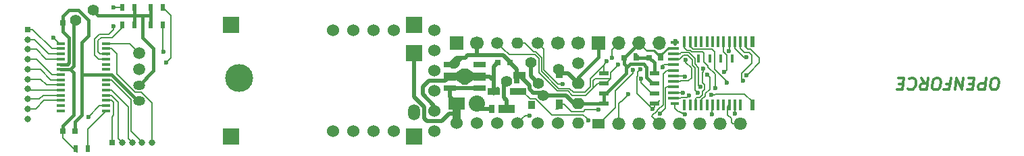
<source format=gbr>
G04 #@! TF.FileFunction,Copper,L1,Top,Signal*
%FSLAX46Y46*%
G04 Gerber Fmt 4.6, Leading zero omitted, Abs format (unit mm)*
G04 Created by KiCad (PCBNEW 4.0.2+dfsg1-stable) date 2018年05月25日 15時51分19秒*
%MOMM*%
G01*
G04 APERTURE LIST*
%ADD10C,0.100000*%
%ADD11C,0.300000*%
%ADD12C,1.524000*%
%ADD13R,1.700000X1.700000*%
%ADD14O,1.700000X1.700000*%
%ADD15O,1.500000X1.400000*%
%ADD16R,0.400000X1.000000*%
%ADD17R,1.100000X0.400000*%
%ADD18R,1.400000X0.400000*%
%ADD19R,0.400000X1.400000*%
%ADD20R,0.600000X1.400000*%
%ADD21R,2.032000X1.600000*%
%ADD22O,2.032000X2.032000*%
%ADD23R,0.900000X1.000000*%
%ADD24R,0.900000X1.300000*%
%ADD25O,1.600000X1.400000*%
%ADD26C,1.500000*%
%ADD27R,0.800000X1.400000*%
%ADD28R,1.524000X0.850000*%
%ADD29R,2.000000X0.850000*%
%ADD30R,1.501140X0.701040*%
%ADD31R,1.501140X1.000760*%
%ADD32R,0.800100X1.998980*%
%ADD33R,1.143000X0.508000*%
%ADD34O,1.500000X2.000000*%
%ADD35R,2.000000X2.000000*%
%ADD36R,0.800000X0.750000*%
%ADD37R,0.800000X1.100000*%
%ADD38R,2.000000X1.100000*%
%ADD39C,3.500120*%
%ADD40O,1.700000X1.500000*%
%ADD41R,1.500000X1.300000*%
%ADD42C,1.700000*%
%ADD43O,1.500000X1.200000*%
%ADD44R,0.800000X0.800000*%
%ADD45O,0.800000X0.800000*%
%ADD46R,0.500000X0.900000*%
%ADD47C,0.600000*%
%ADD48C,1.399540*%
%ADD49C,0.381000*%
%ADD50C,0.203200*%
%ADD51C,0.508000*%
%ADD52C,0.250000*%
%ADD53C,0.127000*%
%ADD54C,1.016000*%
G04 APERTURE END LIST*
D10*
D11*
X120837207Y-83336229D02*
X120551493Y-83336229D01*
X120417564Y-83264800D01*
X120292564Y-83121943D01*
X120256850Y-82836229D01*
X120319350Y-82336229D01*
X120426493Y-82050514D01*
X120587207Y-81907657D01*
X120738993Y-81836229D01*
X121024707Y-81836229D01*
X121158636Y-81907657D01*
X121283636Y-82050514D01*
X121319350Y-82336229D01*
X121256850Y-82836229D01*
X121149707Y-83121943D01*
X120988993Y-83264800D01*
X120837207Y-83336229D01*
X119738992Y-81836229D02*
X119551492Y-83336229D01*
X118980064Y-83336229D01*
X118846135Y-83264800D01*
X118783636Y-83193371D01*
X118730064Y-83050514D01*
X118756849Y-82836229D01*
X118846136Y-82693371D01*
X118926492Y-82621943D01*
X119078279Y-82550514D01*
X119649707Y-82550514D01*
X118140778Y-82621943D02*
X117640778Y-82621943D01*
X117524706Y-81836229D02*
X118238992Y-81836229D01*
X118051492Y-83336229D01*
X117337206Y-83336229D01*
X116881849Y-81836229D02*
X116694349Y-83336229D01*
X116024706Y-81836229D01*
X115837206Y-83336229D01*
X114712206Y-82621943D02*
X115212206Y-82621943D01*
X115310420Y-81836229D02*
X115122920Y-83336229D01*
X114408634Y-83336229D01*
X113551492Y-83336229D02*
X113265778Y-83336229D01*
X113131849Y-83264800D01*
X113006849Y-83121943D01*
X112971135Y-82836229D01*
X113033635Y-82336229D01*
X113140778Y-82050514D01*
X113301492Y-81907657D01*
X113453278Y-81836229D01*
X113738992Y-81836229D01*
X113872921Y-81907657D01*
X113997921Y-82050514D01*
X114033635Y-82336229D01*
X113971135Y-82836229D01*
X113863992Y-83121943D01*
X113703278Y-83264800D01*
X113551492Y-83336229D01*
X111596134Y-81836229D02*
X112006849Y-82550514D01*
X112453277Y-81836229D02*
X112265777Y-83336229D01*
X111694349Y-83336229D01*
X111560420Y-83264800D01*
X111497921Y-83193371D01*
X111444349Y-83050514D01*
X111471134Y-82836229D01*
X111560421Y-82693371D01*
X111640777Y-82621943D01*
X111792564Y-82550514D01*
X112363992Y-82550514D01*
X110078277Y-81979086D02*
X110158635Y-81907657D01*
X110381849Y-81836229D01*
X110524706Y-81836229D01*
X110730063Y-81907657D01*
X110855064Y-82050514D01*
X110908635Y-82193371D01*
X110944349Y-82479086D01*
X110917564Y-82693371D01*
X110810420Y-82979086D01*
X110721135Y-83121943D01*
X110560420Y-83264800D01*
X110337206Y-83336229D01*
X110194349Y-83336229D01*
X109988992Y-83264800D01*
X109926492Y-83193371D01*
X109355063Y-82621943D02*
X108855063Y-82621943D01*
X108738991Y-81836229D02*
X109453277Y-81836229D01*
X109265777Y-83336229D01*
X108551491Y-83336229D01*
D12*
X50535800Y-88534600D03*
X50535800Y-85994600D03*
X50535800Y-83454600D03*
X50535800Y-80914600D03*
X50535800Y-78374600D03*
X50535800Y-75834600D03*
X45455800Y-75834600D03*
X42915800Y-75834600D03*
X40375800Y-75834600D03*
X37835800Y-75834600D03*
X37835800Y-88534600D03*
X40375800Y-88534600D03*
X42915800Y-88534600D03*
X45455800Y-88534600D03*
D13*
X71160600Y-77434800D03*
D14*
X73700600Y-77434800D03*
X76240600Y-77434800D03*
X78780600Y-77434800D03*
D12*
X63540600Y-87554800D03*
X66080600Y-87554800D03*
X61000600Y-87554800D03*
X58460600Y-87554800D03*
X55920600Y-87554800D03*
X53380600Y-87554800D03*
D15*
X68620600Y-87554800D03*
D16*
X86485600Y-79394800D03*
X87885600Y-79394800D03*
X85085600Y-79394800D03*
X83685600Y-79394800D03*
D17*
X80685600Y-85094800D03*
D18*
X80535600Y-84394800D03*
X80535600Y-83694800D03*
X80535600Y-82294800D03*
X80535600Y-82994800D03*
X80535600Y-78794800D03*
X80535600Y-78094800D03*
D17*
X80685600Y-77394800D03*
D18*
X80535600Y-79494800D03*
X80535600Y-80194800D03*
X80535600Y-81594800D03*
X80535600Y-80894800D03*
D19*
X88935600Y-85244800D03*
X88235600Y-85244800D03*
X86835600Y-85244800D03*
X87535600Y-85244800D03*
X86135600Y-85244800D03*
X81935600Y-85244800D03*
X83335600Y-85244800D03*
X82635600Y-85244800D03*
X84035600Y-85244800D03*
X84735600Y-85244800D03*
X85435600Y-85244800D03*
X85435600Y-77244800D03*
X84735600Y-77244800D03*
X84035600Y-77244800D03*
X82635600Y-77244800D03*
X83335600Y-77244800D03*
X81935600Y-77244800D03*
X86135600Y-77244800D03*
X87535600Y-77244800D03*
X86835600Y-77244800D03*
X88235600Y-77244800D03*
X88935600Y-77244800D03*
X89635600Y-77244800D03*
D20*
X90435600Y-85244800D03*
X90435600Y-77244800D03*
D21*
X53380600Y-85054800D03*
D22*
X55920600Y-85054800D03*
D23*
X62732000Y-85275200D03*
D24*
X66232000Y-81225200D03*
X66232000Y-85125200D03*
D25*
X68620600Y-82514800D03*
X68620600Y-85054800D03*
D26*
X68620600Y-79974800D03*
D27*
X60930600Y-81814800D03*
D28*
X61230600Y-81514800D03*
D29*
X61030600Y-83514800D03*
D28*
X58030600Y-83514800D03*
D10*
G36*
X54019410Y-82651960D02*
X53270110Y-82151580D01*
X53270110Y-81150820D01*
X54019410Y-80650440D01*
X54019410Y-82651960D01*
X54019410Y-82651960D01*
G37*
D30*
X52519540Y-83152340D03*
X52519540Y-80150060D03*
X56222860Y-83152340D03*
D31*
X56222860Y-81651200D03*
D30*
X56222860Y-80150060D03*
D31*
X52519540Y-81651200D03*
D10*
G36*
X54722990Y-80650440D02*
X55472290Y-81150820D01*
X55472290Y-82151580D01*
X54722990Y-82651960D01*
X54722990Y-80650440D01*
X54722990Y-80650440D01*
G37*
D32*
X54371200Y-81651200D03*
D33*
X71795600Y-85054800D03*
X71795600Y-83784800D03*
X71795600Y-82514800D03*
X71795600Y-81244800D03*
X78145600Y-81244800D03*
X78145600Y-82514800D03*
X78145600Y-83784800D03*
X78145600Y-85054800D03*
D34*
X48053100Y-86197300D03*
D35*
X48053100Y-78697300D03*
X48053100Y-75197300D03*
X48053100Y-89197300D03*
X25053100Y-89197300D03*
X25053100Y-75197300D03*
D36*
X60048800Y-79898600D03*
X58548800Y-79898600D03*
X78959100Y-79276300D03*
X77459100Y-79276300D03*
D37*
X57740800Y-85740600D03*
D38*
X59640800Y-85740600D03*
D36*
X74385000Y-79339800D03*
X75885000Y-79339800D03*
D39*
X26075600Y-81879800D03*
D40*
X88940600Y-87594800D03*
X83860600Y-87594800D03*
X86400600Y-87594800D03*
X81320600Y-87594800D03*
X76240600Y-87594800D03*
X78780600Y-87594800D03*
X73700600Y-87594800D03*
D41*
X71160600Y-87594800D03*
D42*
X66080600Y-77434800D03*
X68620600Y-77434800D03*
D26*
X63540600Y-77434800D03*
X58460600Y-77434800D03*
D15*
X61000600Y-77434800D03*
D42*
X55920600Y-77434800D03*
D13*
X53380600Y-77434800D03*
D43*
X13585600Y-84744800D03*
X13585600Y-82744800D03*
D26*
X13585600Y-80744800D03*
X13585600Y-78744800D03*
D36*
X5535600Y-74944800D03*
X4035600Y-74944800D03*
X4035600Y-88544800D03*
X5535600Y-88544800D03*
D44*
X-414400Y-75744800D03*
D45*
X-414400Y-76994800D03*
X-414400Y-78244800D03*
X-414400Y-79494800D03*
X-414400Y-80744800D03*
X-414400Y-81994800D03*
X-414400Y-83244800D03*
X-414400Y-84494800D03*
X-414400Y-85744800D03*
X-414400Y-86994800D03*
D44*
X10185600Y-89944800D03*
D45*
X11435600Y-89944800D03*
X12685600Y-89944800D03*
X13935600Y-89944800D03*
X15185600Y-89944800D03*
D46*
X12935600Y-72944800D03*
X11435600Y-72944800D03*
X12935600Y-75144800D03*
X11435600Y-75144800D03*
X15035600Y-72944800D03*
X16535600Y-72944800D03*
X15035600Y-75144800D03*
X16535600Y-75144800D03*
X5635600Y-90744800D03*
X7135600Y-90744800D03*
D17*
X9435600Y-85969800D03*
X9435600Y-85319800D03*
X9435600Y-84669800D03*
X9435600Y-84019800D03*
X9435600Y-83369800D03*
X9435600Y-82719800D03*
X9435600Y-82069800D03*
X9435600Y-81419800D03*
X9435600Y-80769800D03*
X9435600Y-80119800D03*
X9435600Y-79469800D03*
X9435600Y-78819800D03*
X9435600Y-78169800D03*
X9435600Y-77519800D03*
X3735600Y-77519800D03*
X3735600Y-78169800D03*
X3735600Y-78819800D03*
X3735600Y-79469800D03*
X3735600Y-80119800D03*
X3735600Y-80769800D03*
X3735600Y-81419800D03*
X3735600Y-82069800D03*
X3735600Y-82719800D03*
X3735600Y-83369800D03*
X3735600Y-84019800D03*
X3735600Y-84669800D03*
X3735600Y-85319800D03*
X3735600Y-85969800D03*
D47*
X75836461Y-78989047D03*
X82006400Y-86451800D03*
D48*
X63614037Y-82529228D03*
X66149184Y-80765883D03*
X62706287Y-79878300D03*
D47*
X85271090Y-83967039D03*
D48*
X54371200Y-81651200D03*
D47*
X90439200Y-85207200D03*
X90435600Y-77244800D03*
X80787200Y-77231600D03*
D48*
X64180699Y-84025042D03*
D47*
X81713838Y-83717779D03*
X74894400Y-83886400D03*
X69890600Y-87163000D03*
X78883928Y-86344801D03*
X71104145Y-85862880D03*
X72856074Y-79310689D03*
X87494919Y-78432574D03*
X89684799Y-79249728D03*
X72180178Y-79738688D03*
X89685180Y-81548787D03*
X16585600Y-78544800D03*
X82458185Y-84044797D03*
X66650345Y-82613157D03*
X76514317Y-81981140D03*
X86927167Y-81107964D03*
X84277885Y-80687531D03*
X83906576Y-82984682D03*
X83582178Y-83715972D03*
X81982483Y-81668564D03*
X62470062Y-86556682D03*
X85384600Y-86388300D03*
D48*
X59614397Y-82292076D03*
D47*
X75484322Y-80797740D03*
X82082600Y-79560491D03*
X77907740Y-85722876D03*
X76367600Y-80795821D03*
X79212400Y-80473854D03*
X85765600Y-83086300D03*
X87226100Y-82451300D03*
X88242100Y-86324800D03*
X84779720Y-81435300D03*
X89247065Y-82218171D03*
X73636403Y-80161279D03*
X16985600Y-79944800D03*
X2785600Y-76744800D03*
D48*
X7785600Y-73344800D03*
X5585600Y-74544800D03*
D47*
X7185600Y-86744800D03*
X10385600Y-72944800D03*
X10385600Y-75344800D03*
D49*
X77459100Y-79276300D02*
X76123714Y-79276300D01*
X76123714Y-79276300D02*
X75836461Y-78989047D01*
D50*
X81077070Y-86019954D02*
X82006400Y-86451800D01*
X80685600Y-85094800D02*
X80685600Y-85628484D01*
X80685600Y-85628484D02*
X81077070Y-86019954D01*
D51*
X62706287Y-79878300D02*
X62706287Y-81621478D01*
X62706287Y-81621478D02*
X62914268Y-81829459D01*
X62914268Y-81829459D02*
X63614037Y-82529228D01*
X66232000Y-80848699D02*
X66149184Y-80765883D01*
X66232000Y-81225200D02*
X66232000Y-80848699D01*
D50*
X85814093Y-83848300D02*
X85695354Y-83967039D01*
X89439100Y-83848300D02*
X85814093Y-83848300D01*
X90435600Y-84844800D02*
X89439100Y-83848300D01*
X85695354Y-83967039D02*
X85271090Y-83967039D01*
X90435600Y-85244800D02*
X90435600Y-84844800D01*
D51*
X54371200Y-81651200D02*
X52519540Y-81651200D01*
X56222860Y-81651200D02*
X54371200Y-81651200D01*
X55097640Y-81651200D02*
X53644760Y-81651200D01*
X50523100Y-86007300D02*
X50523100Y-85321500D01*
X50523100Y-85321500D02*
X49088000Y-83886400D01*
X49088000Y-83886400D02*
X49088000Y-82972000D01*
X49088000Y-82972000D02*
X49850000Y-82210000D01*
X49850000Y-82210000D02*
X51960740Y-82210000D01*
X51960740Y-82210000D02*
X52519540Y-81651200D01*
X58030600Y-83514800D02*
X58030600Y-83833800D01*
X58030600Y-83514800D02*
X58030600Y-82006800D01*
X58030600Y-82006800D02*
X58030600Y-80416800D01*
X56222860Y-81651200D02*
X57481430Y-81651200D01*
X57481430Y-81651200D02*
X57837030Y-82006800D01*
X57837030Y-82006800D02*
X58030600Y-82006800D01*
X58030600Y-80416800D02*
X58548800Y-79898600D01*
X66232000Y-81225200D02*
X67331000Y-81225200D01*
X67331000Y-81225200D02*
X68620600Y-82514800D01*
D49*
X80685600Y-77496400D02*
X80685600Y-77333200D01*
X80685600Y-77333200D02*
X80787200Y-77231600D01*
D51*
X54650600Y-81879800D02*
X54650600Y-81041600D01*
X58548800Y-79898600D02*
X58359000Y-79898600D01*
X54574400Y-81879800D02*
X54650600Y-81879800D01*
D49*
X78145600Y-80609800D02*
X78145600Y-81244800D01*
X78145600Y-79937800D02*
X78145600Y-80609800D01*
X77459100Y-79276300D02*
X77484100Y-79276300D01*
X77484100Y-79276300D02*
X78145600Y-79937800D01*
X68620600Y-82514800D02*
X68620600Y-81778200D01*
X68620600Y-81778200D02*
X71160600Y-79238200D01*
X71160600Y-79238200D02*
X71160600Y-77434800D01*
D50*
X90465100Y-85244800D02*
X90435600Y-85244800D01*
D51*
X58096740Y-83380940D02*
X58230600Y-83514800D01*
X58230600Y-83514800D02*
X58530600Y-83214800D01*
D49*
X77183599Y-80468667D02*
X77183599Y-81811201D01*
X77183599Y-81811201D02*
X77887198Y-82514800D01*
X75094099Y-80105301D02*
X76820233Y-80105301D01*
X76820233Y-80105301D02*
X77183599Y-80468667D01*
X74845927Y-80353473D02*
X75094099Y-80105301D01*
X77887198Y-82514800D02*
X78145600Y-82514800D01*
D51*
X65174166Y-84021199D02*
X65170323Y-84025042D01*
X62484601Y-82768801D02*
X62484601Y-83243808D01*
X67045201Y-84021199D02*
X65174166Y-84021199D01*
X68078802Y-85054800D02*
X67045201Y-84021199D01*
X68620600Y-85054800D02*
X68078802Y-85054800D01*
X65170323Y-84025042D02*
X64180699Y-84025042D01*
X63884954Y-83729297D02*
X64180699Y-84025042D01*
X62484601Y-83243808D02*
X62970090Y-83729297D01*
X62970090Y-83729297D02*
X63884954Y-83729297D01*
X61230600Y-81514800D02*
X62484601Y-82768801D01*
D49*
X72113100Y-83784800D02*
X71795600Y-83784800D01*
X74635699Y-81262201D02*
X72113100Y-83784800D01*
X74635699Y-80563701D02*
X74635699Y-81262201D01*
X74845927Y-80353473D02*
X74635699Y-80563701D01*
D51*
X55920600Y-77434800D02*
X55920600Y-78958800D01*
X55920600Y-78958800D02*
X55920600Y-78704800D01*
X55920600Y-78704800D02*
X55920600Y-78958800D01*
X58994000Y-78958800D02*
X55920600Y-78958800D01*
X55920600Y-78958800D02*
X54752200Y-78958800D01*
X60048800Y-79810400D02*
X59197200Y-78958800D01*
X59197200Y-78958800D02*
X58994000Y-78958800D01*
X60048800Y-79898600D02*
X60048800Y-79810400D01*
X60930600Y-81814800D02*
X60930600Y-80780400D01*
X60930600Y-80780400D02*
X60048800Y-79898600D01*
X60930600Y-81814800D02*
X61230600Y-81514800D01*
X53380600Y-79289000D02*
X54015600Y-79289000D01*
X54015600Y-79289000D02*
X54422000Y-79289000D01*
X53558400Y-80051000D02*
X53558400Y-79746200D01*
X53558400Y-79746200D02*
X54015600Y-79289000D01*
X54422000Y-79289000D02*
X54752200Y-78958800D01*
X53380600Y-79289000D02*
X52519540Y-80150060D01*
D49*
X71795600Y-85054800D02*
X71795600Y-83784800D01*
X68620600Y-85054800D02*
X71795600Y-85054800D01*
X74385000Y-79339800D02*
X74385000Y-80095800D01*
X74385000Y-80095800D02*
X74642673Y-80353473D01*
X74642673Y-80353473D02*
X74845927Y-80353473D01*
X76240600Y-77434800D02*
X76240600Y-77484200D01*
X76240600Y-77484200D02*
X74385000Y-79339800D01*
D52*
X78488850Y-78806050D02*
X79123850Y-78806050D01*
X80535600Y-78094800D02*
X79835100Y-78094800D01*
X79835100Y-78094800D02*
X79123850Y-78806050D01*
X79123850Y-78806050D02*
X78959100Y-78970800D01*
X78959100Y-78970800D02*
X78959100Y-79276300D01*
X77193100Y-78387300D02*
X78070100Y-78387300D01*
X78070100Y-78387300D02*
X78488850Y-78806050D01*
X78488850Y-78806050D02*
X78959100Y-79276300D01*
D50*
X77193100Y-78387300D02*
X76240600Y-77434800D01*
D51*
X52798940Y-80378660D02*
X53230740Y-80378660D01*
X53230740Y-80378660D02*
X53558400Y-80051000D01*
D52*
X52920860Y-80378660D02*
X52798940Y-80378660D01*
D53*
X81713838Y-83717779D02*
X80558579Y-83717779D01*
X80558579Y-83717779D02*
X80535600Y-83694800D01*
X73935593Y-84832593D02*
X74024407Y-84832593D01*
X74894400Y-83962600D02*
X74894400Y-83886400D01*
X74024407Y-84832593D02*
X74894400Y-83962600D01*
X63292512Y-84511699D02*
X65267523Y-86486710D01*
X65267523Y-86486710D02*
X69214310Y-86486710D01*
X69214310Y-86486710D02*
X69590601Y-86863001D01*
X69590601Y-86863001D02*
X69890600Y-87163000D01*
X62602499Y-84511699D02*
X63292512Y-84511699D01*
X61605600Y-83514800D02*
X62602499Y-84511699D01*
X61030600Y-83514800D02*
X61605600Y-83514800D01*
X73700600Y-87594800D02*
X73700600Y-85067586D01*
X73700600Y-85067586D02*
X73935593Y-84832593D01*
X73935593Y-84832593D02*
X73993207Y-84774979D01*
X9435600Y-84019800D02*
X10060600Y-84019800D01*
X10985600Y-89494800D02*
X11435600Y-89944800D01*
X10985600Y-84944800D02*
X10985600Y-89494800D01*
X10060600Y-84019800D02*
X10985600Y-84944800D01*
X79183927Y-86044802D02*
X78883928Y-86344801D01*
X79708600Y-82994800D02*
X79561622Y-83141778D01*
X79561622Y-83141778D02*
X79561622Y-85667107D01*
X80535600Y-82994800D02*
X79708600Y-82994800D01*
X79561622Y-85667107D02*
X79183927Y-86044802D01*
X71104145Y-85862880D02*
X69463520Y-85862880D01*
X67754600Y-86070800D02*
X67782400Y-86098600D01*
X69255600Y-86070800D02*
X67754600Y-86070800D01*
X69463520Y-85862880D02*
X69255600Y-86070800D01*
X67782400Y-86098600D02*
X67782400Y-86121600D01*
X67782400Y-86121600D02*
X67782400Y-86098600D01*
X66809000Y-85125200D02*
X67782400Y-86098600D01*
X66232000Y-85125200D02*
X66809000Y-85125200D01*
X65825600Y-85734800D02*
X66100200Y-85734800D01*
X12245088Y-89504288D02*
X12245088Y-85502288D01*
X10112600Y-83369800D02*
X9435600Y-83369800D01*
X12685600Y-89944800D02*
X12245088Y-89504288D01*
X12245088Y-85502288D02*
X10112600Y-83369800D01*
D51*
X48053100Y-83073600D02*
X48053100Y-84223100D01*
X48053100Y-84223100D02*
X49291200Y-85461200D01*
X53380600Y-86324800D02*
X52440800Y-86324800D01*
X52440800Y-86324800D02*
X51475600Y-87290000D01*
X51475600Y-87290000D02*
X49646800Y-87290000D01*
X49646800Y-87290000D02*
X49291200Y-86934400D01*
X49291200Y-86934400D02*
X49291200Y-85461200D01*
X48053100Y-83073600D02*
X48053100Y-78697300D01*
X52519540Y-83152340D02*
X52519540Y-84193740D01*
X52519540Y-84193740D02*
X53380600Y-85054800D01*
X52519540Y-83152340D02*
X56222860Y-83152340D01*
X48053100Y-78697300D02*
X48293100Y-78697300D01*
D54*
X53380600Y-85054800D02*
X53380600Y-86324800D01*
X53380600Y-86324800D02*
X53380600Y-87554800D01*
D53*
X73700600Y-77434800D02*
X72850601Y-78284799D01*
X72850601Y-78284799D02*
X72850601Y-79305216D01*
X72850601Y-79305216D02*
X72856074Y-79310689D01*
X87535600Y-77244800D02*
X87535600Y-78391893D01*
X87535600Y-78391893D02*
X87494919Y-78432574D01*
X3735600Y-78819800D02*
X2260600Y-78819800D01*
X435600Y-76994800D02*
X-414400Y-76994800D01*
X2260600Y-78819800D02*
X435600Y-76994800D01*
D50*
X88235600Y-78148000D02*
X89337328Y-79249728D01*
X89337328Y-79249728D02*
X89684799Y-79249728D01*
X88235600Y-77244800D02*
X88235600Y-78148000D01*
D53*
X-414400Y-79494800D02*
X735600Y-79494800D01*
X2660600Y-81419800D02*
X3735600Y-81419800D01*
X735600Y-79494800D02*
X2660600Y-81419800D01*
X61877600Y-77434800D02*
X63030818Y-78588018D01*
X67504477Y-83176677D02*
X67985600Y-83657800D01*
X63996569Y-81028982D02*
X66144264Y-83176677D01*
X70093800Y-81956000D02*
X71795600Y-80254200D01*
X66144264Y-83176677D02*
X67504477Y-83176677D01*
X63996569Y-79280477D02*
X63996569Y-81028982D01*
X63304110Y-78588018D02*
X63996569Y-79280477D01*
X63030818Y-78588018D02*
X63304110Y-78588018D01*
X61000600Y-77434800D02*
X61877600Y-77434800D01*
X70093800Y-82997400D02*
X70093800Y-81956000D01*
X69433400Y-83657800D02*
X70093800Y-82997400D01*
X67985600Y-83657800D02*
X69433400Y-83657800D01*
X72008885Y-80010285D02*
X72008885Y-79909981D01*
X72024200Y-80025600D02*
X72008885Y-80010285D01*
X72008885Y-79909981D02*
X72180178Y-79738688D01*
X61000600Y-77434800D02*
X61226002Y-77434800D01*
D50*
X89894319Y-78246401D02*
X90202321Y-78246401D01*
X90202321Y-78246401D02*
X91289378Y-79333458D01*
X91289378Y-79944589D02*
X89985179Y-81248788D01*
X89635600Y-77987682D02*
X89894319Y-78246401D01*
X89985179Y-81248788D02*
X89685180Y-81548787D01*
X89635600Y-77244800D02*
X89635600Y-77987682D01*
X91289378Y-79333458D02*
X91289378Y-79944589D01*
X71795600Y-80254200D02*
X72024200Y-80025600D01*
X71795600Y-81244800D02*
X71795600Y-80254200D01*
D53*
X16535600Y-75144800D02*
X16535600Y-78494800D01*
X16535600Y-78494800D02*
X16585600Y-78544800D01*
X9435600Y-77519800D02*
X12360600Y-77519800D01*
X12360600Y-77519800D02*
X13585600Y-78744800D01*
X81362600Y-84394800D02*
X81476101Y-84281299D01*
X81476101Y-84281299D02*
X82221683Y-84281299D01*
X82221683Y-84281299D02*
X82458185Y-84044797D01*
X80535600Y-84394800D02*
X81362600Y-84394800D01*
X66226081Y-82613157D02*
X66650345Y-82613157D01*
X64323580Y-80869300D02*
X66067437Y-82613157D01*
X63540600Y-77434800D02*
X64323580Y-78217780D01*
X64323580Y-78217780D02*
X64323580Y-80869300D01*
X66067437Y-82613157D02*
X66226081Y-82613157D01*
X63540600Y-77434800D02*
X63794646Y-77434800D01*
D50*
X80535600Y-84394800D02*
X80522890Y-84407510D01*
D53*
X76514317Y-82405404D02*
X76514317Y-81981140D01*
X76514317Y-82471017D02*
X76514317Y-82405404D01*
X77828100Y-83784800D02*
X76514317Y-82471017D01*
X78145600Y-83784800D02*
X77828100Y-83784800D01*
X87227166Y-78962064D02*
X87227166Y-80807965D01*
X86835600Y-78570498D02*
X87227166Y-78962064D01*
X86835600Y-77244800D02*
X86835600Y-78570498D01*
X87227166Y-80807965D02*
X86927167Y-81107964D01*
X84214842Y-82458303D02*
X84214842Y-81174838D01*
X84214842Y-81174838D02*
X84277885Y-81111795D01*
X84277885Y-81111795D02*
X84277885Y-80687531D01*
X83845225Y-84280453D02*
X84176042Y-83949636D01*
X83472947Y-84280453D02*
X83845225Y-84280453D01*
X83335600Y-85244800D02*
X83335600Y-84417800D01*
X83335600Y-84417800D02*
X83472947Y-84280453D01*
X84176042Y-83949636D02*
X84176042Y-83549198D01*
X84176042Y-83549198D02*
X84470077Y-83255163D01*
X84470077Y-83255163D02*
X84470077Y-82713538D01*
X84470077Y-82713538D02*
X84214842Y-82458303D01*
X83705010Y-82783116D02*
X83906576Y-82984682D01*
X83705010Y-80588511D02*
X83705010Y-82783116D01*
X83222099Y-79403545D02*
X83222099Y-80105600D01*
X82488533Y-78669979D02*
X83222099Y-79403545D01*
X81487421Y-78669979D02*
X82488533Y-78669979D01*
X80535600Y-78794800D02*
X81362600Y-78794800D01*
X83222099Y-80105600D02*
X83705010Y-80588511D01*
X81362600Y-78794800D02*
X81487421Y-78669979D01*
X81314309Y-79494800D02*
X81812119Y-78996990D01*
X80535600Y-79494800D02*
X81314309Y-79494800D01*
X83280011Y-83413805D02*
X83282179Y-83415973D01*
X82895088Y-80241053D02*
X83280011Y-80625976D01*
X83280011Y-80625976D02*
X83280011Y-83413805D01*
X81812119Y-78996990D02*
X82349390Y-78996990D01*
X82349390Y-78996990D02*
X82895088Y-79542688D01*
X83282179Y-83415973D02*
X83582178Y-83715972D01*
X82895088Y-79542688D02*
X82895088Y-80241053D01*
X80535600Y-81594800D02*
X81580200Y-81594800D01*
D50*
X80535600Y-81594800D02*
X81908719Y-81594800D01*
X81908719Y-81594800D02*
X81982483Y-81668564D01*
X61000600Y-87554800D02*
X61762599Y-86792801D01*
D53*
X61998718Y-86556682D02*
X62045798Y-86556682D01*
X62045798Y-86556682D02*
X62470062Y-86556682D01*
X61762599Y-86792801D02*
X61998718Y-86556682D01*
D50*
X85384600Y-86388300D02*
X85384600Y-85193800D01*
X85384600Y-85193800D02*
X85435600Y-85244800D01*
D51*
X55920600Y-85689800D02*
X55971400Y-85740600D01*
X55971400Y-85740600D02*
X57740800Y-85740600D01*
X55920600Y-85054800D02*
X55920600Y-85689800D01*
X59298800Y-84340600D02*
X59298800Y-82607673D01*
X59298800Y-82607673D02*
X59614397Y-82292076D01*
X59640800Y-84682600D02*
X59298800Y-84340600D01*
X59640800Y-85740600D02*
X59640800Y-84682600D01*
X59640800Y-84682600D02*
X59400400Y-84442200D01*
D53*
X71260600Y-87594800D02*
X73267422Y-85587978D01*
X73267422Y-85587978D02*
X73267422Y-83438904D01*
X73267422Y-83438904D02*
X75484322Y-81222004D01*
X75484322Y-81222004D02*
X75484322Y-80797740D01*
X82786784Y-81816422D02*
X82786784Y-80595211D01*
X80535600Y-82294800D02*
X81362600Y-82294800D01*
X81362600Y-82294800D02*
X81425334Y-82232066D01*
X81425334Y-82232066D02*
X82371140Y-82232066D01*
X82786784Y-80595211D02*
X82082600Y-79891027D01*
X82371140Y-82232066D02*
X82786784Y-81816422D01*
X82082600Y-79891027D02*
X82082600Y-79643122D01*
D50*
X71160600Y-87594800D02*
X71260600Y-87594800D01*
D53*
X10185600Y-89944800D02*
X10185600Y-86744800D01*
X10110600Y-84669800D02*
X9435600Y-84669800D01*
X10385600Y-84944800D02*
X10110600Y-84669800D01*
X10385600Y-86544800D02*
X10385600Y-84944800D01*
X10185600Y-86744800D02*
X10385600Y-86544800D01*
X78495442Y-85864410D02*
X78469142Y-85890710D01*
X77803600Y-86717800D02*
X78680600Y-87594800D01*
X78469142Y-85890710D02*
X78469142Y-85963347D01*
X78680600Y-87594800D02*
X78780600Y-87594800D01*
X77803600Y-86628889D02*
X77803600Y-86717800D01*
X79708600Y-80894800D02*
X79234611Y-81368789D01*
X79234611Y-81368789D02*
X79234611Y-85215651D01*
X79234611Y-85215651D02*
X78585852Y-85864410D01*
X78585852Y-85864410D02*
X78495442Y-85864410D01*
X78469142Y-85963347D02*
X77803600Y-86628889D01*
X80535600Y-80894800D02*
X79708600Y-80894800D01*
X9435600Y-82069800D02*
X10112600Y-82069800D01*
X10112600Y-82069800D02*
X12572099Y-84529299D01*
X12572099Y-84529299D02*
X12572099Y-88581299D01*
X12572099Y-88581299D02*
X13535601Y-89544801D01*
X13535601Y-89544801D02*
X13935600Y-89944800D01*
X78145600Y-85054800D02*
X78145600Y-85485016D01*
X75950816Y-81710659D02*
X75950816Y-83765952D01*
X78145600Y-85485016D02*
X77907740Y-85722876D01*
X76367600Y-80795821D02*
X76067601Y-81095820D01*
X76067601Y-81095820D02*
X76067601Y-81593874D01*
X76067601Y-81593874D02*
X75950816Y-81710659D01*
X75950816Y-83765952D02*
X77907740Y-85722876D01*
X79136200Y-80254200D02*
X79136200Y-80397654D01*
X79136200Y-80397654D02*
X79212400Y-80473854D01*
X79322600Y-80194800D02*
X79263200Y-80254200D01*
X79263200Y-80254200D02*
X79136200Y-80254200D01*
X80535600Y-80194800D02*
X79322600Y-80194800D01*
X78145600Y-85054800D02*
X78463100Y-85054800D01*
X78463100Y-85054800D02*
X78875852Y-84642049D01*
X78145600Y-85054800D02*
X77828100Y-85054800D01*
D50*
X81320600Y-87594800D02*
X81320600Y-87442400D01*
X78145600Y-85054800D02*
X78336100Y-85054800D01*
X78336100Y-85054800D02*
X78590100Y-84800800D01*
D53*
X10785600Y-81315987D02*
X10785600Y-78842800D01*
X10112600Y-78169800D02*
X9435600Y-78169800D01*
X10785600Y-78842800D02*
X10112600Y-78169800D01*
X15185600Y-89944800D02*
X15185600Y-84973613D01*
X15185600Y-84973613D02*
X13820297Y-83608310D01*
X13820297Y-83608310D02*
X13077923Y-83608310D01*
X13077923Y-83608310D02*
X10785600Y-81315987D01*
X84213010Y-78549210D02*
X84368600Y-78704800D01*
X82830226Y-78549210D02*
X84213010Y-78549210D01*
X81935600Y-77244800D02*
X81935600Y-78071800D01*
X82206768Y-78342968D02*
X82623985Y-78342968D01*
X81935600Y-78071800D02*
X82206768Y-78342968D01*
X82623985Y-78342968D02*
X82830226Y-78549210D01*
D50*
X84870131Y-80307465D02*
X84870131Y-80482400D01*
X84368600Y-79805934D02*
X84870131Y-80307465D01*
X85765600Y-81377869D02*
X85765600Y-82662036D01*
X84870131Y-80482400D02*
X85765600Y-81377869D01*
X85765600Y-82662036D02*
X85765600Y-83086300D01*
X84368600Y-78704800D02*
X84368600Y-79805934D01*
D53*
X84279700Y-78615900D02*
X84368600Y-78704800D01*
D50*
X81935600Y-77244800D02*
X81935600Y-77922800D01*
D53*
X82635600Y-77244800D02*
X82635600Y-77886200D01*
X82635600Y-77886200D02*
X82971600Y-78222200D01*
X85384600Y-78222200D02*
X85702100Y-78539700D01*
X82971600Y-78222200D02*
X85384600Y-78222200D01*
D50*
X85702100Y-80736800D02*
X85702100Y-78539700D01*
X87416600Y-82451300D02*
X87226100Y-82451300D01*
X85702100Y-80736800D02*
X87416600Y-82451300D01*
X82635600Y-77244800D02*
X82635600Y-77924300D01*
X87797600Y-87404300D02*
X87797600Y-86959800D01*
X87353100Y-86515300D02*
X87353100Y-85427300D01*
X87797600Y-86959800D02*
X87353100Y-86515300D01*
X87353100Y-85427300D02*
X87535600Y-85244800D01*
X88940600Y-87594800D02*
X87988100Y-87594800D01*
X87988100Y-87594800D02*
X87797600Y-87404300D01*
X88235600Y-85244800D02*
X88235600Y-86331300D01*
X88235600Y-86331300D02*
X88242100Y-86324800D01*
X84541153Y-84100869D02*
X84541153Y-83844648D01*
X84541153Y-83844648D02*
X85079719Y-83306082D01*
X84035600Y-85244800D02*
X84035600Y-84606422D01*
X85079719Y-81735299D02*
X84779720Y-81435300D01*
X85079719Y-83306082D02*
X85079719Y-81735299D01*
X84035600Y-84606422D02*
X84541153Y-84100869D01*
D53*
X90386526Y-79011474D02*
X90386526Y-79983004D01*
X90386526Y-79983004D02*
X89083578Y-81285952D01*
D50*
X89083578Y-81285952D02*
X89083578Y-82054684D01*
X89083578Y-82054684D02*
X89247065Y-82218171D01*
D53*
X73336404Y-80461278D02*
X73636403Y-80161279D01*
X72646500Y-81151182D02*
X73336404Y-80461278D01*
X72646500Y-81981400D02*
X72646500Y-81151182D01*
X59940829Y-78915029D02*
X59210599Y-78184799D01*
X67858600Y-84064200D02*
X67298088Y-83503688D01*
X63669558Y-81164434D02*
X63669558Y-79415929D01*
X69535000Y-84064200D02*
X67858600Y-84064200D01*
X67298088Y-83503688D02*
X66008812Y-83503688D01*
X63168658Y-78915029D02*
X59940829Y-78915029D01*
X63669558Y-79415929D02*
X63168658Y-78915029D01*
X70436700Y-83162500D02*
X69535000Y-84064200D01*
X66008812Y-83503688D02*
X63669558Y-81164434D01*
X59210599Y-78184799D02*
X58460600Y-77434800D01*
X70436700Y-83162500D02*
X70436700Y-82222700D01*
X70678000Y-81981400D02*
X72646500Y-81981400D01*
X70436700Y-82222700D02*
X70678000Y-81981400D01*
X71795600Y-82514800D02*
X71084400Y-82514800D01*
X71084400Y-82514800D02*
X70436700Y-83162500D01*
X58460600Y-77434800D02*
X58460600Y-77460200D01*
D50*
X89727304Y-78649612D02*
X90024664Y-78649612D01*
X89430328Y-78642728D02*
X89720421Y-78642729D01*
X88935600Y-78148000D02*
X89430328Y-78642728D01*
X88935600Y-77244800D02*
X88935600Y-78148000D01*
X90024664Y-78649612D02*
X90386526Y-79011474D01*
X89720421Y-78642729D02*
X89727304Y-78649612D01*
D53*
X72113100Y-82514800D02*
X72646500Y-81981400D01*
X71795600Y-82514800D02*
X72113100Y-82514800D01*
X71795600Y-82514800D02*
X71478100Y-82514800D01*
X17585600Y-73994800D02*
X16535600Y-72944800D01*
X17585600Y-79344800D02*
X17585600Y-73994800D01*
X16985600Y-79944800D02*
X17585600Y-79344800D01*
X3735600Y-77519800D02*
X3560600Y-77519800D01*
X3560600Y-77519800D02*
X2785600Y-76744800D01*
X4035600Y-88544800D02*
X4035600Y-89394800D01*
X4035600Y-89394800D02*
X5785600Y-91144800D01*
X5785600Y-91144800D02*
X5635600Y-90744800D01*
D49*
X5535600Y-74944800D02*
X5535600Y-74594800D01*
X5535600Y-74594800D02*
X5585600Y-74544800D01*
X7785600Y-73344800D02*
X8385600Y-73944800D01*
X12985600Y-73944800D02*
X8385600Y-73944800D01*
X13985600Y-73944800D02*
X13985600Y-76744800D01*
X15385600Y-80944800D02*
X13585600Y-82744800D01*
X15385600Y-78144800D02*
X15385600Y-80944800D01*
X13985600Y-76744800D02*
X15385600Y-78144800D01*
X12935600Y-73944800D02*
X12985600Y-73944800D01*
X12985600Y-73944800D02*
X13985600Y-73944800D01*
X13985600Y-73944800D02*
X15035600Y-73944800D01*
X15035600Y-72944800D02*
X15035600Y-73944800D01*
X15035600Y-73944800D02*
X15035600Y-75144800D01*
X12935600Y-72944800D02*
X12935600Y-73944800D01*
X12935600Y-73944800D02*
X12935600Y-75144800D01*
X4035600Y-88544800D02*
X4035600Y-87894800D01*
X5385600Y-81194800D02*
X4960600Y-80769800D01*
X5385600Y-86544800D02*
X5385600Y-81194800D01*
X4035600Y-87894800D02*
X5385600Y-86544800D01*
X3735600Y-80769800D02*
X4960600Y-80769800D01*
X5385600Y-80344800D02*
X5385600Y-75094800D01*
X4960600Y-80769800D02*
X5385600Y-80344800D01*
X5385600Y-75094800D02*
X5535600Y-74944800D01*
X10110600Y-81419800D02*
X9435600Y-81419800D01*
X13435600Y-84744800D02*
X10110600Y-81419800D01*
X13585600Y-84744800D02*
X13435600Y-84744800D01*
X9435600Y-81419800D02*
X6385600Y-81419800D01*
X6385600Y-81419800D02*
X6385600Y-81344800D01*
X5535600Y-88544800D02*
X5535600Y-87394800D01*
X4035600Y-74094800D02*
X4035600Y-74944800D01*
X4785600Y-73344800D02*
X4035600Y-74094800D01*
X5985600Y-73344800D02*
X4785600Y-73344800D01*
X7185600Y-74544800D02*
X5985600Y-73344800D01*
X7185600Y-76544800D02*
X7185600Y-74544800D01*
X6385600Y-77344800D02*
X7185600Y-76544800D01*
X6385600Y-86544800D02*
X6385600Y-81344800D01*
X6385600Y-81344800D02*
X6385600Y-77344800D01*
X5535600Y-87394800D02*
X6385600Y-86544800D01*
X4035600Y-74944800D02*
X4035600Y-75994800D01*
X4610600Y-80119800D02*
X3735600Y-80119800D01*
X4785600Y-79944800D02*
X4610600Y-80119800D01*
X4785600Y-76744800D02*
X4785600Y-79944800D01*
X4035600Y-75994800D02*
X4785600Y-76744800D01*
D53*
X-414400Y-75744800D02*
X185600Y-75744800D01*
X2610600Y-78169800D02*
X3735600Y-78169800D01*
X185600Y-75744800D02*
X2610600Y-78169800D01*
X-414400Y-78244800D02*
X685600Y-78244800D01*
X1910600Y-79469800D02*
X3735600Y-79469800D01*
X685600Y-78244800D02*
X1910600Y-79469800D01*
X3735600Y-82069800D02*
X2510600Y-82069800D01*
X1185600Y-80744800D02*
X-414400Y-80744800D01*
X2510600Y-82069800D02*
X1185600Y-80744800D01*
X-414400Y-81994800D02*
X1235600Y-81994800D01*
X1960600Y-82719800D02*
X3735600Y-82719800D01*
X1235600Y-81994800D02*
X1960600Y-82719800D01*
X3735600Y-83369800D02*
X-289400Y-83369800D01*
X-289400Y-83369800D02*
X-414400Y-83244800D01*
X-414400Y-84494800D02*
X1035600Y-84494800D01*
X1510600Y-84019800D02*
X3735600Y-84019800D01*
X1035600Y-84494800D02*
X1510600Y-84019800D01*
X3735600Y-84669800D02*
X1660600Y-84669800D01*
X585600Y-85744800D02*
X-414400Y-85744800D01*
X1660600Y-84669800D02*
X585600Y-85744800D01*
X9435600Y-85319800D02*
X8610600Y-85319800D01*
X8610600Y-85319800D02*
X7185600Y-86744800D01*
X9435600Y-79469800D02*
X8510600Y-79469800D01*
X10385600Y-72944800D02*
X11435600Y-72944800D01*
X10385600Y-75744800D02*
X10385600Y-75344800D01*
X9785600Y-76344800D02*
X10385600Y-75744800D01*
X8585600Y-76344800D02*
X9785600Y-76344800D01*
X7985600Y-76944800D02*
X8585600Y-76344800D01*
X7985600Y-78944800D02*
X7985600Y-76944800D01*
X8510600Y-79469800D02*
X7985600Y-78944800D01*
X9510600Y-79544800D02*
X9435600Y-79469800D01*
X7135600Y-90744800D02*
X7135600Y-88269800D01*
X7135600Y-88269800D02*
X9435600Y-85969800D01*
X8935600Y-86469800D02*
X9435600Y-85969800D01*
X11435600Y-75144800D02*
X11435600Y-75494800D01*
X11435600Y-75494800D02*
X10185600Y-76744800D01*
X10185600Y-76744800D02*
X8785600Y-76744800D01*
X8785600Y-76744800D02*
X8385600Y-77144800D01*
X8385600Y-77144800D02*
X8385600Y-78544800D01*
X8385600Y-78544800D02*
X8660600Y-78819800D01*
X8660600Y-78819800D02*
X9435600Y-78819800D01*
X9560600Y-78944800D02*
X9435600Y-78819800D01*
M02*

</source>
